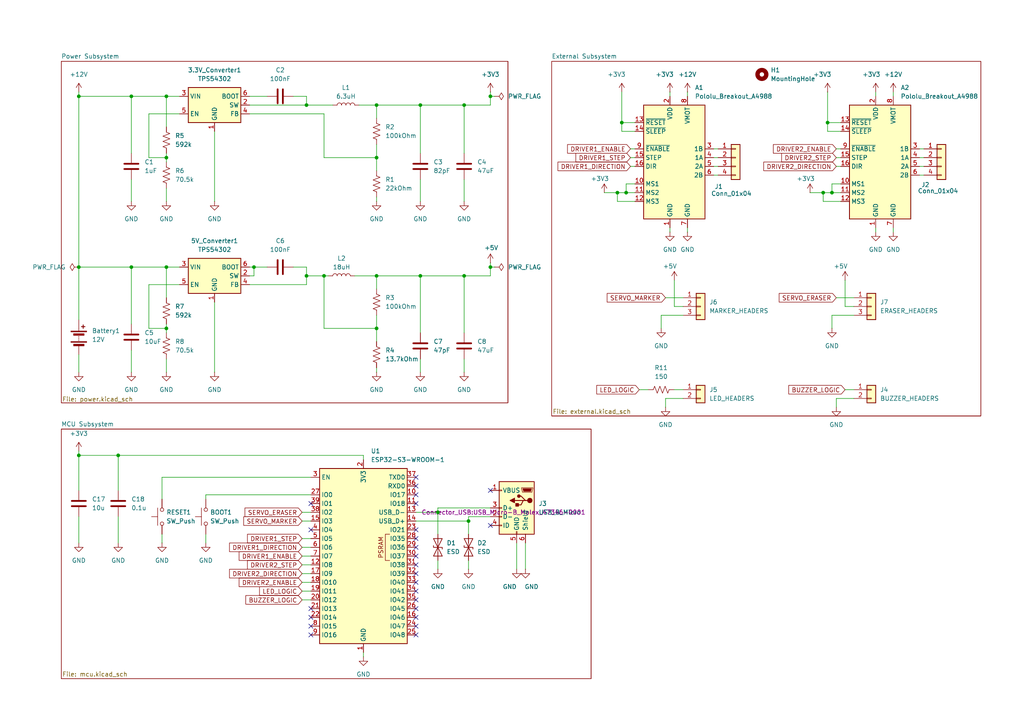
<source format=kicad_sch>
(kicad_sch (version 20250114) (generator "eeschema") (generator_version "9.0")
  (paper "A4")
  (title_block (title "DoodleBot Full Schematic") (date "2025-11-13") (rev "2"))
  (lib_symbols
    (symbol "Connector:USB_B_Micro" (pin_names (offset 1.016))
      (property "Reference" "J" (at -5.08 11.43 0))
      (property "Value" "USB_B_Micro" (at -5.08 8.89 0))
      (symbol "USB_B_Micro_1_1"
        (pin passive line (at -2.54 -10.16 90) (length 2.54) (name "Shield") (number "6"))
        (pin power_out line (at 0 -10.16 90) (length 2.54) (name "GND") (number "5"))
        (pin power_out line (at 7.62 5.08 180) (length 2.54) (name "VBUS") (number "1"))
        (pin bidirectional line (at 7.62 0 180) (length 2.54) (name "D+") (number "3"))
        (pin bidirectional line (at 7.62 -2.54 180) (length 2.54) (name "D-") (number "2"))
        (pin passive line (at 7.62 -5.08 180) (length 2.54) (name "ID") (number "4"))
      )
    )
    (symbol "Connector_Generic:Conn_01x02" (pin_names (offset 1.016) (hide yes))
      (property "Reference" "J" (at 0 2.54 0))
      (property "Value" "Conn_01x02" (at 0 -5.08 0))
      (symbol "Conn_01x02_1_1"
        (pin passive line (at -5.08 0 0) (length 3.81) (name "Pin_1") (number "1"))
        (pin passive line (at -5.08 -2.54 0) (length 3.81) (name "Pin_2") (number "2"))
      )
    )
    (symbol "Connector_Generic:Conn_01x03" (pin_names (offset 1.016) (hide yes))
      (property "Reference" "J" (at 0 5.08 0))
      (property "Value" "Conn_01x03" (at 0 -5.08 0))
      (symbol "Conn_01x03_1_1"
        (pin passive line (at -5.08 2.54 0) (length 3.81) (name "Pin_1") (number "1"))
        (pin passive line (at -5.08 0 0) (length 3.81) (name "Pin_2") (number "2"))
        (pin passive line (at -5.08 -2.54 0) (length 3.81) (name "Pin_3") (number "3"))
      )
    )
    (symbol "Connector_Generic:Conn_01x04" (pin_names (offset 1.016) (hide yes))
      (property "Reference" "J" (at 0 5.08 0))
      (property "Value" "Conn_01x04" (at 0 -7.62 0))
      (symbol "Conn_01x04_1_1"
        (pin passive line (at -5.08 2.54 0) (length 3.81) (name "Pin_1") (number "1"))
        (pin passive line (at -5.08 0 0) (length 3.81) (name "Pin_2") (number "2"))
        (pin passive line (at -5.08 -2.54 0) (length 3.81) (name "Pin_3") (number "3"))
        (pin passive line (at -5.08 -5.08 0) (length 3.81) (name "Pin_4") (number "4"))
      )
    )
    (symbol "Device:Battery" (pin_numbers (hide yes)) (pin_names (offset 0) (hide yes))
      (property "Reference" "BT" (at 2.54 2.54 0))
      (property "Value" "Battery" (at 2.54 0 0))
      (symbol "Battery_1_1"
        (pin passive line (at 0 5.08 270) (length 2.54) (name "+") (number "1"))
        (pin passive line (at 0 -5.08 90) (length 2.54) (name "-") (number "2"))
      )
    )
    (symbol "Device:C" (pin_numbers (hide yes)) (pin_names (offset 0.254))
      (property "Reference" "C" (at 0.635 2.54 0))
      (property "Value" "C" (at 0.635 -2.54 0))
      (symbol "C_1_1"
        (pin passive line (at 0 3.81 270) (length 2.794) (name "~") (number "1"))
        (pin passive line (at 0 -3.81 90) (length 2.794) (name "~") (number "2"))
      )
    )
    (symbol "Device:L" (pin_numbers (hide yes)) (pin_names (offset 1.016) (hide yes))
      (property "Reference" "L" (at -1.27 0 90))
      (property "Value" "L" (at 1.905 0 90))
      (symbol "L_1_1"
        (pin passive line (at 0 3.81 270) (length 1.27) (name "1") (number "1"))
        (pin passive line (at 0 -3.81 90) (length 1.27) (name "2") (number "2"))
      )
    )
    (symbol "Device:R_US" (pin_numbers (hide yes)) (pin_names (offset 0))
      (property "Reference" "R" (at 2.54 0 90))
      (property "Value" "R_US" (at -2.54 0 90))
      (symbol "R_US_1_1"
        (pin passive line (at 0 3.81 270) (length 1.27) (name "~") (number "1"))
        (pin passive line (at 0 -3.81 90) (length 1.27) (name "~") (number "2"))
      )
    )
    (symbol "Diode:ESD131-B1-W0201" (pin_numbers (hide yes)) (pin_names (offset 1.016) (hide yes))
      (property "Reference" "D" (at 0 2.54 0))
      (property "Value" "ESD131-B1-W0201" (at 0 -2.54 0))
      (symbol "ESD131-B1-W0201_1_1"
        (pin passive line (at -3.81 0 0) (length 2.54) (name "A1") (number "1"))
        (pin passive line (at 3.81 0 180) (length 2.54) (name "A2") (number "2"))
      )
    )
    (symbol "Driver_Motor:Pololu_Breakout_A4988"
      (property "Reference" "A" (at -2.54 19.05 0))
      (property "Value" "Pololu_Breakout_A4988" (at -2.54 16.51 0))
      (symbol "Pololu_Breakout_A4988_1_1"
        (pin input line (at -10.16 10.16 0) (length 2.54) (name "~{RESET}") (number "13"))
        (pin input line (at -10.16 7.62 0) (length 2.54) (name "~{SLEEP}") (number "14"))
        (pin input line (at -10.16 2.54 0) (length 2.54) (name "~{ENABLE}") (number "9"))
        (pin input line (at -10.16 0 0) (length 2.54) (name "STEP") (number "15"))
        (pin input line (at -10.16 -2.54 0) (length 2.54) (name "DIR") (number "16"))
        (pin input line (at -10.16 -7.62 0) (length 2.54) (name "MS1") (number "10"))
        (pin input line (at -10.16 -10.16 0) (length 2.54) (name "MS2") (number "11"))
        (pin input line (at -10.16 -12.7 0) (length 2.54) (name "MS3") (number "12"))
        (pin power_in line (at 0 17.78 270) (length 2.54) (name "VDD") (number "2"))
        (pin power_in line (at 0 -20.32 90) (length 2.54) (name "GND") (number "1"))
        (pin power_in line (at 5.08 17.78 270) (length 2.54) (name "VMOT") (number "8"))
        (pin power_in line (at 5.08 -20.32 90) (length 2.54) (name "GND") (number "7"))
        (pin output line (at 12.7 2.54 180) (length 2.54) (name "1B") (number "3"))
        (pin output line (at 12.7 0 180) (length 2.54) (name "1A") (number "4"))
        (pin output line (at 12.7 -2.54 180) (length 2.54) (name "2A") (number "5"))
        (pin output line (at 12.7 -5.08 180) (length 2.54) (name "2B") (number "6"))
      )
    )
    (symbol "GND_1" (power) (pin_numbers (hide yes)) (pin_names (offset 0) (hide yes))
      (property "Value" "GND" (at 0 -3.81 0))
      (symbol "GND_1_1_1"
        (pin power_in line (at 0 0 270) (length 0) (name "~") (number "1"))
      )
    )
    (symbol "GND_2" (power) (pin_numbers (hide yes)) (pin_names (offset 0) (hide yes))
      (property "Value" "GND" (at 0 -3.81 0))
      (symbol "GND_2_1_1"
        (pin power_in line (at 0 0 270) (length 0) (name "~") (number "1"))
      )
    )
    (symbol "Mechanical:MountingHole" (pin_names (offset 1.016)) (in_bom no)
      (property "Reference" "H" (at 0 5.08 0))
      (property "Value" "MountingHole" (at 0 3.175 0))
    )
    (symbol "RF_Module:ESP32-S3-WROOM-1"
      (property "Reference" "U" (at -12.7 26.67 0))
      (property "Value" "ESP32-S3-WROOM-1" (at 12.7 26.67 0))
      (symbol "ESP32-S3-WROOM-1_0_0"
        (text "PSRAM" (at 5.08 2.54 900) (effects (font (size 1.27 1.27))))
      )
      (symbol "ESP32-S3-WROOM-1_1_1"
        (pin input line (at -15.24 22.86 0) (length 2.54) (name "EN") (number "3"))
        (pin bidirectional line (at -15.24 17.78 0) (length 2.54) (name "IO0") (number "27"))
        (pin bidirectional line (at -15.24 15.24 0) (length 2.54) (name "IO1") (number "39"))
        (pin bidirectional line (at -15.24 12.7 0) (length 2.54) (name "IO2") (number "38"))
        (pin bidirectional line (at -15.24 10.16 0) (length 2.54) (name "IO3") (number "15"))
        (pin bidirectional line (at -15.24 7.62 0) (length 2.54) (name "IO4") (number "4"))
        (pin bidirectional line (at -15.24 5.08 0) (length 2.54) (name "IO5") (number "5"))
        (pin bidirectional line (at -15.24 2.54 0) (length 2.54) (name "IO6") (number "6"))
        (pin bidirectional line (at -15.24 0 0) (length 2.54) (name "IO7") (number "7"))
        (pin bidirectional line (at -15.24 -2.54 0) (length 2.54) (name "IO8") (number "12"))
        (pin bidirectional line (at -15.24 -5.08 0) (length 2.54) (name "IO9") (number "17"))
        (pin bidirectional line (at -15.24 -7.62 0) (length 2.54) (name "IO10") (number "18"))
        (pin bidirectional line (at -15.24 -10.16 0) (length 2.54) (name "IO11") (number "19"))
        (pin bidirectional line (at -15.24 -12.7 0) (length 2.54) (name "IO12") (number "20"))
        (pin bidirectional line (at -15.24 -15.24 0) (length 2.54) (name "IO13") (number "21"))
        (pin bidirectional line (at -15.24 -17.78 0) (length 2.54) (name "IO14") (number "22"))
        (pin bidirectional line (at -15.24 -20.32 0) (length 2.54) (name "IO15") (number "8"))
        (pin bidirectional line (at -15.24 -22.86 0) (length 2.54) (name "IO16") (number "9"))
        (pin power_in line (at 0 27.94 270) (length 2.54) (name "3V3") (number "2"))
        (pin power_in line (at 0 -27.94 90) (length 2.54) (name "GND") (number "1"))
        (pin passive line (at 0 -27.94 90) (length 2.54) (hide yes) (name "GND") (number "40"))
        (pin passive line (at 0 -27.94 90) (length 2.54) (hide yes) (name "GND") (number "41"))
        (pin bidirectional line (at 15.24 22.86 180) (length 2.54) (name "TXD0") (number "37"))
        (pin bidirectional line (at 15.24 20.32 180) (length 2.54) (name "RXD0") (number "36"))
        (pin bidirectional line (at 15.24 17.78 180) (length 2.54) (name "IO17") (number "10"))
        (pin bidirectional line (at 15.24 15.24 180) (length 2.54) (name "IO18") (number "11"))
        (pin bidirectional line (at 15.24 12.7 180) (length 2.54) (name "USB_D-") (number "13"))
        (pin bidirectional line (at 15.24 10.16 180) (length 2.54) (name "USB_D+") (number "14"))
        (pin bidirectional line (at 15.24 7.62 180) (length 2.54) (name "IO21") (number "23"))
        (pin bidirectional line (at 15.24 5.08 180) (length 2.54) (name "IO35") (number "28"))
        (pin bidirectional line (at 15.24 2.54 180) (length 2.54) (name "IO36") (number "29"))
        (pin bidirectional line (at 15.24 0 180) (length 2.54) (name "IO37") (number "30"))
        (pin bidirectional line (at 15.24 -2.54 180) (length 2.54) (name "IO38") (number "31"))
        (pin bidirectional line (at 15.24 -5.08 180) (length 2.54) (name "IO39") (number "32"))
        (pin bidirectional line (at 15.24 -7.62 180) (length 2.54) (name "IO40") (number "33"))
        (pin bidirectional line (at 15.24 -10.16 180) (length 2.54) (name "IO41") (number "34"))
        (pin bidirectional line (at 15.24 -12.7 180) (length 2.54) (name "IO42") (number "35"))
        (pin bidirectional line (at 15.24 -15.24 180) (length 2.54) (name "IO45") (number "26"))
        (pin bidirectional line (at 15.24 -17.78 180) (length 2.54) (name "IO46") (number "16"))
        (pin bidirectional line (at 15.24 -20.32 180) (length 2.54) (name "IO47") (number "24"))
        (pin bidirectional line (at 15.24 -22.86 180) (length 2.54) (name "IO48") (number "25"))
      )
    )
    (symbol "Regulator_Switching:TPS54302"
      (property "Reference" "U" (at -7.62 6.35 0))
      (property "Value" "TPS54302" (at 0 6.35 0))
      (symbol "TPS54302_1_1"
        (pin power_in line (at -10.16 2.54 0) (length 2.54) (name "VIN") (number "3"))
        (pin input line (at -10.16 -2.54 0) (length 2.54) (name "EN") (number "5"))
        (pin power_in line (at 0 -7.62 90) (length 2.54) (name "GND") (number "1"))
        (pin passive line (at 10.16 2.54 180) (length 2.54) (name "BOOT") (number "6"))
        (pin power_out line (at 10.16 0 180) (length 2.54) (name "SW") (number "2"))
        (pin input line (at 10.16 -2.54 180) (length 2.54) (name "FB") (number "4"))
      )
    )
    (symbol "Switch:SW_Push" (pin_numbers (hide yes)) (pin_names (offset 1.016) (hide yes))
      (property "Reference" "SW" (at 1.27 2.54 0))
      (property "Value" "SW_Push" (at 0 -1.524 0))
      (symbol "SW_Push_0_1"
        (pin passive line (at -5.08 0 0) (length 2.54) (name "1") (number "1"))
        (pin passive line (at 5.08 0 180) (length 2.54) (name "2") (number "2"))
      )
    )
    (symbol "power:+12V" (power) (pin_numbers (hide yes)) (pin_names (offset 0) (hide yes))
      (property "Value" "+12V" (at 0 3.556 0))
      (symbol "+12V_1_1"
        (pin power_in line (at 0 0 90) (length 0) (name "~") (number "1"))
      )
    )
    (symbol "power:+3V3" (power) (pin_numbers (hide yes)) (pin_names (offset 0) (hide yes))
      (property "Value" "+3V3" (at 0 3.556 0))
      (symbol "+3V3_1_1"
        (pin power_in line (at 0 0 90) (length 0) (name "~") (number "1"))
      )
    )
    (symbol "power:+5V" (power) (pin_numbers (hide yes)) (pin_names (offset 0) (hide yes))
      (property "Value" "+5V" (at 0 3.556 0))
      (symbol "+5V_1_1"
        (pin power_in line (at 0 0 90) (length 0) (name "~") (number "1"))
      )
    )
    (symbol "power:GND" (power) (pin_numbers (hide yes)) (pin_names (offset 0) (hide yes))
      (property "Value" "GND" (at 0 -3.81 0))
      (symbol "GND_1_1"
        (pin power_in line (at 0 0 270) (length 0) (name "~") (number "1"))
      )
    )
    (symbol "power:PWR_FLAG" (power) (pin_numbers (hide yes)) (pin_names (offset 0) (hide yes))
      (property "Value" "PWR_FLAG" (at 0 3.81 0))
      (symbol "PWR_FLAG_0_0"
        (pin power_out line (at 0 0 90) (length 0) (name "~") (number "1"))
      )
    )
  )
  (junction (at 73.66 77.47))
  (junction (at 38.1 27.94))
  (junction (at 22.86 132.08))
  (junction (at 179.07 55.88))
  (junction (at 48.26 27.94))
  (junction (at 48.26 95.25))
  (junction (at 109.22 45.72))
  (junction (at 240.03 35.56))
  (junction (at 134.62 30.48))
  (junction (at 241.3 55.88))
  (junction (at 109.22 95.25))
  (junction (at 135.89 151.13))
  (junction (at 88.9 80.01))
  (junction (at 142.24 27.94))
  (junction (at 121.92 30.48))
  (junction (at 180.34 35.56))
  (junction (at 181.61 55.88))
  (junction (at 142.24 77.47))
  (junction (at 22.86 77.47))
  (junction (at 127 148.59))
  (junction (at 38.1 77.47))
  (junction (at 109.22 80.01))
  (junction (at 48.26 77.47))
  (junction (at 238.76 55.88))
  (junction (at 48.26 45.72))
  (junction (at 109.22 30.48))
  (junction (at 22.86 27.94))
  (junction (at 88.9 30.48))
  (junction (at 134.62 80.01))
  (junction (at 93.98 80.01))
  (junction (at 121.92 80.01))
  (junction (at 34.29 132.08))
  (no_connect (at 120.65 158.75))
  (no_connect (at 120.65 161.29))
  (no_connect (at 120.65 153.67))
  (no_connect (at 90.17 179.07))
  (no_connect (at 120.65 171.45))
  (no_connect (at 90.17 146.05))
  (no_connect (at 90.17 176.53))
  (no_connect (at 120.65 140.97))
  (no_connect (at 120.65 146.05))
  (no_connect (at 142.24 142.24))
  (no_connect (at 90.17 153.67))
  (no_connect (at 120.65 184.15))
  (no_connect (at 120.65 166.37))
  (no_connect (at 120.65 181.61))
  (no_connect (at 120.65 176.53))
  (no_connect (at 120.65 143.51))
  (no_connect (at 142.24 152.4))
  (no_connect (at 90.17 181.61))
  (no_connect (at 120.65 156.21))
  (no_connect (at 90.17 184.15))
  (no_connect (at 120.65 163.83))
  (no_connect (at 120.65 138.43))
  (no_connect (at 120.65 173.99))
  (no_connect (at 120.65 168.91))
  (no_connect (at 120.65 179.07))
  (wire (pts (xy 243.84 53.34) (xy 241.3 53.34)))
  (wire (pts (xy 243.84 58.42) (xy 238.76 58.42)))
  (wire (pts (xy 120.65 151.13) (xy 135.89 151.13)))
  (wire (pts (xy 105.41 133.35) (xy 105.41 132.08)))
  (wire (pts (xy 38.1 27.94) (xy 48.26 27.94)))
  (wire (pts (xy 181.61 55.88) (xy 184.15 55.88)))
  (wire (pts (xy 88.9 80.01) (xy 93.98 80.01)))
  (wire (pts (xy 87.63 168.91) (xy 90.17 168.91)))
  (wire (pts (xy 185.42 113.03) (xy 187.96 113.03)))
  (wire (pts (xy 87.63 171.45) (xy 90.17 171.45)))
  (wire (pts (xy 135.89 162.56) (xy 135.89 165.1)))
  (wire (pts (xy 121.92 104.14) (xy 121.92 107.95)))
  (wire (pts (xy 127 147.32) (xy 127 148.59)))
  (wire (pts (xy 207.01 43.18) (xy 208.28 43.18)))
  (wire (pts (xy 59.69 144.78) (xy 59.69 143.51)))
  (wire (pts (xy 22.86 130.81) (xy 22.86 132.08)))
  (wire (pts (xy 105.41 190.5) (xy 105.41 189.23)))
  (wire (pts (xy 38.1 77.47) (xy 48.26 77.47)))
  (wire (pts (xy 142.24 77.47) (xy 142.24 80.01)))
  (wire (pts (xy 121.92 30.48) (xy 121.92 44.45)))
  (wire (pts (xy 93.98 33.02) (xy 93.98 45.72)))
  (wire (pts (xy 72.39 77.47) (xy 73.66 77.47)))
  (wire (pts (xy 121.92 80.01) (xy 134.62 80.01)))
  (wire (pts (xy 247.65 91.44) (xy 241.3 91.44)))
  (wire (pts (xy 22.86 27.94) (xy 22.86 77.47)))
  (wire (pts (xy 87.63 166.37) (xy 90.17 166.37)))
  (wire (pts (xy 199.39 26.67) (xy 199.39 27.94)))
  (wire (pts (xy 109.22 106.68) (xy 109.22 107.95)))
  (wire (pts (xy 22.86 26.67) (xy 22.86 27.94)))
  (wire (pts (xy 184.15 35.56) (xy 180.34 35.56)))
  (wire (pts (xy 134.62 30.48) (xy 134.62 44.45)))
  (wire (pts (xy 242.57 86.36) (xy 247.65 86.36)))
  (wire (pts (xy 85.09 27.94) (xy 88.9 27.94)))
  (wire (pts (xy 194.31 26.67) (xy 194.31 27.94)))
  (wire (pts (xy 72.39 80.01) (xy 73.66 80.01)))
  (wire (pts (xy 22.86 77.47) (xy 38.1 77.47)))
  (wire (pts (xy 87.63 151.13) (xy 90.17 151.13)))
  (wire (pts (xy 46.99 154.94) (xy 46.99 157.48)))
  (wire (pts (xy 88.9 27.94) (xy 88.9 30.48)))
  (wire (pts (xy 73.66 77.47) (xy 73.66 80.01)))
  (wire (pts (xy 195.58 88.9) (xy 195.58 81.28)))
  (wire (pts (xy 242.57 115.57) (xy 242.57 118.11)))
  (wire (pts (xy 88.9 30.48) (xy 96.52 30.48)))
  (wire (pts (xy 43.18 82.55) (xy 52.07 82.55)))
  (wire (pts (xy 241.3 53.34) (xy 241.3 55.88)))
  (wire (pts (xy 22.86 92.71) (xy 22.86 77.47)))
  (wire (pts (xy 245.11 88.9) (xy 245.11 81.28)))
  (wire (pts (xy 243.84 38.1) (xy 240.03 38.1)))
  (wire (pts (xy 179.07 58.42) (xy 179.07 55.88)))
  (wire (pts (xy 121.92 30.48) (xy 134.62 30.48)))
  (wire (pts (xy 34.29 149.86) (xy 34.29 157.48)))
  (wire (pts (xy 142.24 76.2) (xy 142.24 77.47)))
  (wire (pts (xy 182.88 43.18) (xy 184.15 43.18)))
  (wire (pts (xy 48.26 54.61) (xy 48.26 58.42)))
  (wire (pts (xy 179.07 55.88) (xy 181.61 55.88)))
  (wire (pts (xy 87.63 148.59) (xy 90.17 148.59)))
  (wire (pts (xy 199.39 66.04) (xy 199.39 67.31)))
  (wire (pts (xy 46.99 138.43) (xy 90.17 138.43)))
  (wire (pts (xy 38.1 77.47) (xy 38.1 93.98)))
  (wire (pts (xy 59.69 154.94) (xy 59.69 157.48)))
  (wire (pts (xy 181.61 53.34) (xy 181.61 55.88)))
  (wire (pts (xy 87.63 173.99) (xy 90.17 173.99)))
  (wire (pts (xy 109.22 41.91) (xy 109.22 45.72)))
  (wire (pts (xy 134.62 104.14) (xy 134.62 107.95)))
  (wire (pts (xy 259.08 26.67) (xy 259.08 27.94)))
  (wire (pts (xy 242.57 45.72) (xy 243.84 45.72)))
  (wire (pts (xy 121.92 52.07) (xy 121.92 58.42)))
  (wire (pts (xy 38.1 101.6) (xy 38.1 107.95)))
  (wire (pts (xy 266.7 48.26) (xy 267.97 48.26)))
  (wire (pts (xy 48.26 95.25) (xy 48.26 96.52)))
  (wire (pts (xy 142.24 27.94) (xy 142.24 30.48)))
  (wire (pts (xy 22.86 157.48) (xy 22.86 149.86)))
  (wire (pts (xy 134.62 80.01) (xy 134.62 96.52)))
  (wire (pts (xy 207.01 45.72) (xy 208.28 45.72)))
  (wire (pts (xy 241.3 55.88) (xy 243.84 55.88)))
  (wire (pts (xy 149.86 157.48) (xy 149.86 165.1)))
  (wire (pts (xy 134.62 80.01) (xy 142.24 80.01)))
  (wire (pts (xy 104.14 30.48) (xy 109.22 30.48)))
  (wire (pts (xy 175.26 55.88) (xy 179.07 55.88)))
  (wire (pts (xy 48.26 27.94) (xy 48.26 36.83)))
  (wire (pts (xy 48.26 44.45) (xy 48.26 45.72)))
  (wire (pts (xy 127 148.59) (xy 127 154.94)))
  (wire (pts (xy 109.22 45.72) (xy 109.22 49.53)))
  (wire (pts (xy 93.98 80.01) (xy 93.98 95.25)))
  (wire (pts (xy 34.29 132.08) (xy 34.29 142.24)))
  (wire (pts (xy 88.9 77.47) (xy 88.9 80.01)))
  (wire (pts (xy 238.76 55.88) (xy 241.3 55.88)))
  (wire (pts (xy 184.15 58.42) (xy 179.07 58.42)))
  (wire (pts (xy 254 66.04) (xy 254 67.31)))
  (wire (pts (xy 48.26 45.72) (xy 43.18 45.72)))
  (wire (pts (xy 135.89 149.86) (xy 135.89 151.13)))
  (wire (pts (xy 135.89 149.86) (xy 142.24 149.86)))
  (wire (pts (xy 109.22 57.15) (xy 109.22 58.42)))
  (wire (pts (xy 120.65 148.59) (xy 127 148.59)))
  (wire (pts (xy 266.7 43.18) (xy 267.97 43.18)))
  (wire (pts (xy 87.63 156.21) (xy 90.17 156.21)))
  (wire (pts (xy 43.18 33.02) (xy 52.07 33.02)))
  (wire (pts (xy 198.12 115.57) (xy 193.04 115.57)))
  (wire (pts (xy 242.57 48.26) (xy 243.84 48.26)))
  (wire (pts (xy 238.76 58.42) (xy 238.76 55.88)))
  (wire (pts (xy 46.99 144.78) (xy 46.99 138.43)))
  (wire (pts (xy 191.77 91.44) (xy 191.77 95.25)))
  (wire (pts (xy 48.26 93.98) (xy 48.26 95.25)))
  (wire (pts (xy 72.39 33.02) (xy 93.98 33.02)))
  (wire (pts (xy 234.95 55.88) (xy 238.76 55.88)))
  (wire (pts (xy 134.62 30.48) (xy 142.24 30.48)))
  (wire (pts (xy 85.09 77.47) (xy 88.9 77.47)))
  (wire (pts (xy 182.88 45.72) (xy 184.15 45.72)))
  (wire (pts (xy 184.15 53.34) (xy 181.61 53.34)))
  (wire (pts (xy 102.87 80.01) (xy 109.22 80.01)))
  (wire (pts (xy 207.01 50.8) (xy 208.28 50.8)))
  (wire (pts (xy 134.62 52.07) (xy 134.62 58.42)))
  (wire (pts (xy 48.26 27.94) (xy 52.07 27.94)))
  (wire (pts (xy 48.26 77.47) (xy 48.26 86.36)))
  (wire (pts (xy 43.18 95.25) (xy 43.18 82.55)))
  (wire (pts (xy 87.63 163.83) (xy 90.17 163.83)))
  (wire (pts (xy 109.22 80.01) (xy 121.92 80.01)))
  (wire (pts (xy 87.63 158.75) (xy 90.17 158.75)))
  (wire (pts (xy 93.98 45.72) (xy 109.22 45.72)))
  (wire (pts (xy 127 162.56) (xy 127 165.1)))
  (wire (pts (xy 72.39 30.48) (xy 88.9 30.48)))
  (wire (pts (xy 43.18 45.72) (xy 43.18 33.02)))
  (wire (pts (xy 72.39 82.55) (xy 88.9 82.55)))
  (wire (pts (xy 48.26 104.14) (xy 48.26 107.95)))
  (wire (pts (xy 254 26.67) (xy 254 27.94)))
  (wire (pts (xy 207.01 48.26) (xy 208.28 48.26)))
  (wire (pts (xy 152.4 157.48) (xy 152.4 165.1)))
  (wire (pts (xy 243.84 35.56) (xy 240.03 35.56)))
  (wire (pts (xy 48.26 95.25) (xy 43.18 95.25)))
  (wire (pts (xy 38.1 27.94) (xy 38.1 44.45)))
  (wire (pts (xy 242.57 43.18) (xy 243.84 43.18)))
  (wire (pts (xy 143.51 77.47) (xy 142.24 77.47)))
  (wire (pts (xy 180.34 38.1) (xy 180.34 35.56)))
  (wire (pts (xy 193.04 115.57) (xy 193.04 118.11)))
  (wire (pts (xy 266.7 50.8) (xy 267.97 50.8)))
  (wire (pts (xy 109.22 30.48) (xy 121.92 30.48)))
  (wire (pts (xy 247.65 88.9) (xy 245.11 88.9)))
  (wire (pts (xy 198.12 91.44) (xy 191.77 91.44)))
  (wire (pts (xy 22.86 102.87) (xy 22.86 107.95)))
  (wire (pts (xy 143.51 27.94) (xy 142.24 27.94)))
  (wire (pts (xy 245.11 113.03) (xy 247.65 113.03)))
  (wire (pts (xy 93.98 95.25) (xy 109.22 95.25)))
  (wire (pts (xy 142.24 26.67) (xy 142.24 27.94)))
  (wire (pts (xy 193.04 86.36) (xy 198.12 86.36)))
  (wire (pts (xy 184.15 48.26) (xy 182.88 48.26)))
  (wire (pts (xy 48.26 77.47) (xy 52.07 77.47)))
  (wire (pts (xy 194.31 66.04) (xy 194.31 67.31)))
  (wire (pts (xy 59.69 143.51) (xy 90.17 143.51)))
  (wire (pts (xy 62.23 87.63) (xy 62.23 107.95)))
  (wire (pts (xy 240.03 38.1) (xy 240.03 35.56)))
  (wire (pts (xy 38.1 52.07) (xy 38.1 58.42)))
  (wire (pts (xy 109.22 30.48) (xy 109.22 34.29)))
  (wire (pts (xy 109.22 95.25) (xy 109.22 99.06)))
  (wire (pts (xy 34.29 132.08) (xy 105.41 132.08)))
  (wire (pts (xy 88.9 82.55) (xy 88.9 80.01)))
  (wire (pts (xy 135.89 151.13) (xy 135.89 154.94)))
  (wire (pts (xy 180.34 26.67) (xy 180.34 35.56)))
  (wire (pts (xy 240.03 26.67) (xy 240.03 35.56)))
  (wire (pts (xy 109.22 80.01) (xy 109.22 83.82)))
  (wire (pts (xy 22.86 27.94) (xy 38.1 27.94)))
  (wire (pts (xy 48.26 45.72) (xy 48.26 46.99)))
  (wire (pts (xy 62.23 38.1) (xy 62.23 58.42)))
  (wire (pts (xy 266.7 45.72) (xy 267.97 45.72)))
  (wire (pts (xy 73.66 77.47) (xy 77.47 77.47)))
  (wire (pts (xy 259.08 66.04) (xy 259.08 67.31)))
  (wire (pts (xy 247.65 115.57) (xy 242.57 115.57)))
  (wire (pts (xy 198.12 88.9) (xy 195.58 88.9)))
  (wire (pts (xy 93.98 80.01) (xy 95.25 80.01)))
  (wire (pts (xy 87.63 161.29) (xy 90.17 161.29)))
  (wire (pts (xy 22.86 132.08) (xy 22.86 142.24)))
  (wire (pts (xy 241.3 91.44) (xy 241.3 95.25)))
  (wire (pts (xy 121.92 80.01) (xy 121.92 96.52)))
  (wire (pts (xy 195.58 113.03) (xy 198.12 113.03)))
  (wire (pts (xy 127 147.32) (xy 142.24 147.32)))
  (wire (pts (xy 22.86 132.08) (xy 34.29 132.08)))
  (wire (pts (xy 109.22 91.44) (xy 109.22 95.25)))
  (wire (pts (xy 184.15 38.1) (xy 180.34 38.1)))
  (wire (pts (xy 72.39 27.94) (xy 77.47 27.94)))
  (global_label "SERVO_ERASER" (shape input) (at 87.63 148.59 180) (property "Intersheetrefs" "${INTERSHEET_REFS}" (effects (hide yes))))
  (global_label "DRIVER1_ENABLE" (shape input) (at 182.88 43.18 180) (property "Intersheetrefs" "${INTERSHEET_REFS}" (effects (hide yes))))
  (global_label "DRIVER2_ENABLE" (shape input) (at 242.57 43.18 180) (property "Intersheetrefs" "${INTERSHEET_REFS}" (effects (hide yes))))
  (global_label "DRIVER1_ENABLE" (shape input) (at 87.63 161.29 180) (property "Intersheetrefs" "${INTERSHEET_REFS}" (effects (hide yes))))
  (global_label "DRIVER1_DIRECTION" (shape input) (at 87.63 158.75 180) (property "Intersheetrefs" "${INTERSHEET_REFS}" (effects (hide yes))))
  (global_label "DRIVER2_STEP" (shape input) (at 87.63 163.83 180) (property "Intersheetrefs" "${INTERSHEET_REFS}" (effects (hide yes))))
  (global_label "DRIVER2_ENABLE" (shape input) (at 87.63 168.91 180) (property "Intersheetrefs" "${INTERSHEET_REFS}" (effects (hide yes))))
  (global_label "LED_LOGIC" (shape input) (at 185.42 113.03 180) (property "Intersheetrefs" "${INTERSHEET_REFS}" (effects (hide yes))))
  (global_label "DRIVER2_DIRECTION" (shape input) (at 242.57 48.26 180) (property "Intersheetrefs" "${INTERSHEET_REFS}" (effects (hide yes))))
  (global_label "BUZZER_LOGIC" (shape input) (at 245.11 113.03 180) (property "Intersheetrefs" "${INTERSHEET_REFS}" (effects (hide yes))))
  (global_label "DRIVER1_STEP" (shape input) (at 87.63 156.21 180) (property "Intersheetrefs" "${INTERSHEET_REFS}" (effects (hide yes))))
  (global_label "DRIVER2_STEP" (shape input) (at 242.57 45.72 180) (property "Intersheetrefs" "${INTERSHEET_REFS}" (effects (hide yes))))
  (global_label "SERVO_ERASER" (shape input) (at 242.57 86.36 180) (property "Intersheetrefs" "${INTERSHEET_REFS}" (effects (hide yes))))
  (global_label "DRIVER1_STEP" (shape input) (at 182.88 45.72 180) (property "Intersheetrefs" "${INTERSHEET_REFS}" (effects (hide yes))))
  (global_label "LED_LOGIC" (shape input) (at 87.63 171.45 180) (property "Intersheetrefs" "${INTERSHEET_REFS}" (effects (hide yes))))
  (global_label "BUZZER_LOGIC" (shape input) (at 87.63 173.99 180) (property "Intersheetrefs" "${INTERSHEET_REFS}" (effects (hide yes))))
  (global_label "SERVO_MARKER" (shape input) (at 87.63 151.13 180) (property "Intersheetrefs" "${INTERSHEET_REFS}" (effects (hide yes))))
  (global_label "DRIVER1_DIRECTION" (shape input) (at 182.88 48.26 180) (property "Intersheetrefs" "${INTERSHEET_REFS}" (effects (hide yes))))
  (global_label "DRIVER2_DIRECTION" (shape input) (at 87.63 166.37 180) (property "Intersheetrefs" "${INTERSHEET_REFS}" (effects (hide yes))))
  (global_label "SERVO_MARKER" (shape input) (at 193.04 86.36 180) (property "Intersheetrefs" "${INTERSHEET_REFS}" (effects (hide yes))))
  (symbol (lib_name "GND_2") (lib_id "power:GND") (at 193.04 118.11 0) (unit 1)
    (property "Reference" "#PWR043" (effects (hide yes)))
    (property "Value" "GND" (at 193.04 123.19 0))
    (property "Description" "Power symbol creates a global label with name \"GND\" , ground" (effects (hide yes)))
  )
  (symbol (lib_id "Device:R_US") (at 109.22 38.1 0) (unit 1)
    (property "Reference" "R2" (at 111.76 36.83 0) (effects (justify left)))
    (property "Value" "100kOhm" (at 111.76 39.37 0) (effects (justify left)))
    (property "Footprint" "Resistor_SMD:R_0603_1608Metric" (effects (hide yes)))
  )
  (symbol (lib_name "GND_1") (lib_id "power:GND") (at 109.22 58.42 0) (unit 1)
    (property "Reference" "#PWR06" (effects (hide yes)))
    (property "Value" "GND" (at 109.22 63.5 0))
    (property "Description" "Power symbol creates a global label with name \"GND\" , ground" (effects (hide yes)))
  )
  (symbol (lib_id "Device:C") (at 22.86 146.05 0) (unit 1)
    (property "Reference" "C17" (at 26.67 144.7799 0) (effects (justify left)))
    (property "Value" "10u" (at 26.67 147.3199 0) (effects (justify left)))
    (property "Footprint" "Capacitor_SMD:C_0603_1608Metric" (effects (hide yes)))
    (property "Description" "Unpolarized capacitor" (effects (hide yes)))
  )
  (symbol (lib_id "Device:R_US") (at 109.22 87.63 0) (unit 1)
    (property "Reference" "R3" (at 111.76 86.36 0) (effects (justify left)))
    (property "Value" "100kOhm" (at 111.76 88.9 0) (effects (justify left)))
    (property "Footprint" "Resistor_SMD:R_0603_1608Metric" (effects (hide yes)))
  )
  (symbol (lib_id "Connector_Generic:Conn_01x02") (at 203.2 113.03 0) (unit 1)
    (property "Reference" "J5" (at 205.74 113.0299 0) (effects (justify left)))
    (property "Value" "LED_HEADERS" (at 205.74 115.5699 0) (effects (justify left)))
    (property "Footprint" "Connector_PinHeader_2.54mm:PinHeader_1x02_P2.54mm_Vertical" (effects (hide yes)))
    (property "Description" "Generic connector, single row, 01x02, script generated (kicad-library-utils/schlib/autogen/connector/)" (effects (hide yes)))
  )
  (symbol (lib_id "Switch:SW_Push") (at 46.99 149.86 90) (unit 1)
    (property "Reference" "RESET1" (at 48.26 148.5899 90) (effects (justify right)))
    (property "Value" "SW_Push" (at 48.26 151.1299 90) (effects (justify right)))
    (property "Footprint" "Button_Switch_SMD:Panasonic_EVQPUJ_EVQPUA" (effects (hide yes)))
    (property "Description" "Push button switch, generic, two pins" (effects (hide yes)))
  )
  (symbol (lib_name "GND_1") (lib_id "power:GND") (at 48.26 107.95 0) (unit 1)
    (property "Reference" "#PWR042" (effects (hide yes)))
    (property "Value" "GND" (at 48.26 113.03 0))
    (property "Description" "Power symbol creates a global label with name \"GND\" , ground" (effects (hide yes)))
  )
  (symbol (lib_id "power:+3V3") (at 234.95 55.88 0) (unit 1)
    (property "Reference" "#PWR030" (effects (hide yes)))
    (property "Value" "+3V3" (at 233.68 51.816 0))
    (property "Description" "Power symbol creates a global label with name \"+3V3\"" (effects (hide yes)))
  )
  (symbol (lib_id "Connector_Generic:Conn_01x03") (at 203.2 88.9 0) (unit 1)
    (property "Reference" "J6" (at 205.74 87.6299 0) (effects (justify left)))
    (property "Value" "MARKER_HEADERS" (at 205.74 90.1699 0) (effects (justify left)))
    (property "Footprint" "Connector_PinHeader_2.54mm:PinHeader_1x03_P2.54mm_Vertical" (effects (hide yes)))
    (property "Description" "Generic connector, single row, 01x03, script generated (kicad-library-utils/schlib/autogen/connector/)" (effects (hide yes)))
  )
  (symbol (lib_id "power:+3V3") (at 194.31 26.67 0) (unit 1)
    (property "Reference" "#PWR026" (effects (hide yes)))
    (property "Value" "+3V3" (at 192.786 21.59 0))
    (property "Description" "Power symbol creates a global label with name \"+3V3\"" (effects (hide yes)))
  )
  (symbol (lib_name "GND_1") (lib_id "power:GND") (at 135.89 165.1 0) (unit 1)
    (property "Reference" "#PWR037" (effects (hide yes)))
    (property "Value" "GND" (at 135.89 170.18 0))
    (property "Description" "Power symbol creates a global label with name \"GND\" , ground" (effects (hide yes)))
  )
  (symbol (lib_id "Device:R_US") (at 48.26 100.33 0) (unit 1)
    (property "Reference" "R8" (at 50.8 99.0599 0) (effects (justify left)))
    (property "Value" "70.5k" (at 50.8 101.5999 0) (effects (justify left)))
    (property "Footprint" "Resistor_SMD:R_0603_1608Metric" (effects (hide yes)))
    (property "Description" "Resistor, US symbol" (effects (hide yes)))
  )
  (symbol (lib_name "GND_1") (lib_id "power:GND") (at 199.39 67.31 0) (unit 1)
    (property "Reference" "#PWR022" (effects (hide yes)))
    (property "Value" "GND" (at 199.39 72.39 0))
    (property "Description" "Power symbol creates a global label with name \"GND\" , ground" (effects (hide yes)))
  )
  (symbol (lib_name "GND_1") (lib_id "power:GND") (at 121.92 107.95 0) (unit 1)
    (property "Reference" "#PWR010" (effects (hide yes)))
    (property "Value" "GND" (at 121.92 113.03 0))
    (property "Description" "Power symbol creates a global label with name \"GND\" , ground" (effects (hide yes)))
  )
  (symbol (lib_id "power:+3V3") (at 240.03 26.67 0) (unit 1)
    (property "Reference" "#PWR032" (effects (hide yes)))
    (property "Value" "+3V3" (at 238.506 21.59 0))
    (property "Description" "Power symbol creates a global label with name \"+3V3\"" (effects (hide yes)))
  )
  (symbol (lib_name "GND_1") (lib_id "power:GND") (at 22.86 157.48 0) (unit 1)
    (property "Reference" "#PWR018" (effects (hide yes)))
    (property "Value" "GND" (at 22.86 162.56 0))
    (property "Description" "Power symbol creates a global label with name \"GND\" , ground" (effects (hide yes)))
  )
  (symbol (lib_name "GND_1") (lib_id "power:GND") (at 34.29 157.48 0) (unit 1)
    (property "Reference" "#PWR019" (effects (hide yes)))
    (property "Value" "GND" (at 34.29 162.56 0))
    (property "Description" "Power symbol creates a global label with name \"GND\" , ground" (effects (hide yes)))
  )
  (symbol (lib_id "Device:L") (at 99.06 80.01 90) (unit 1)
    (property "Reference" "L2" (at 99.06 74.93 90))
    (property "Value" "18uH" (at 99.06 77.47 90))
    (property "Footprint" "Inductor_THT:L_Radial_D6.0mm_P4.00mm" (effects (hide yes)))
  )
  (symbol (lib_id "Regulator_Switching:TPS54302") (at 62.23 80.01 0) (unit 1)
    (property "Reference" "5V_Converter1" (at 62.23 69.85 0))
    (property "Value" "TPS54302" (at 62.23 72.39 0))
    (property "Footprint" "Package_TO_SOT_SMD:SOT-23-6" (effects (hide yes)))
    (property "Datasheet" "http://www.ti.com/lit/ds/symlink/tps54302.pdf" (effects (hide yes)))
  )
  (symbol (lib_id "power:PWR_FLAG") (at 143.51 77.47 270) (unit 1)
    (property "Reference" "#FLG02" (effects (hide yes)))
    (property "Value" "PWR_FLAG" (at 147.32 77.4699 90) (effects (justify left)))
    (property "Description" "Special symbol for telling ERC where power comes from" (effects (hide yes)))
  )
  (symbol (lib_id "Device:R_US") (at 109.22 102.87 0) (unit 1)
    (property "Reference" "R4" (at 111.76 101.6 0) (effects (justify left)))
    (property "Value" "13.7kOhm" (at 111.76 104.14 0) (effects (justify left)))
    (property "Footprint" "Resistor_SMD:R_0603_1608Metric" (effects (hide yes)))
  )
  (symbol (lib_id "Regulator_Switching:TPS54302") (at 62.23 30.48 0) (unit 1)
    (property "Reference" "3.3V_Converter1" (at 62.23 20.32 0))
    (property "Value" "TPS54302" (at 62.23 22.86 0))
    (property "Footprint" "Package_TO_SOT_SMD:SOT-23-6" (effects (hide yes)))
    (property "Datasheet" "http://www.ti.com/lit/ds/symlink/tps54302.pdf" (effects (hide yes)))
  )
  (symbol (lib_name "GND_1") (lib_id "power:GND") (at 259.08 67.31 0) (unit 1)
    (property "Reference" "#PWR029" (effects (hide yes)))
    (property "Value" "GND" (at 259.08 72.39 0))
    (property "Description" "Power symbol creates a global label with name \"GND\" , ground" (effects (hide yes)))
  )
  (symbol (lib_name "GND_2") (lib_id "power:GND") (at 242.57 118.11 0) (unit 1)
    (property "Reference" "#PWR044" (effects (hide yes)))
    (property "Value" "GND" (at 242.57 123.19 0))
    (property "Description" "Power symbol creates a global label with name \"GND\" , ground" (effects (hide yes)))
  )
  (symbol (lib_id "Connector_Generic:Conn_01x03") (at 252.73 88.9 0) (unit 1)
    (property "Reference" "J7" (at 255.27 87.6299 0) (effects (justify left)))
    (property "Value" "ERASER_HEADERS" (at 255.27 90.1699 0) (effects (justify left)))
    (property "Footprint" "Connector_PinHeader_2.54mm:PinHeader_1x03_P2.54mm_Vertical" (effects (hide yes)))
    (property "Description" "Generic connector, single row, 01x03, script generated (kicad-library-utils/schlib/autogen/connector/)" (effects (hide yes)))
  )
  (symbol (lib_name "GND_1") (lib_id "power:GND") (at 194.31 67.31 0) (unit 1)
    (property "Reference" "#PWR01" (effects (hide yes)))
    (property "Value" "GND" (at 194.31 72.39 0))
    (property "Description" "Power symbol creates a global label with name \"GND\" , ground" (effects (hide yes)))
  )
  (symbol (lib_name "GND_1") (lib_id "power:GND") (at 62.23 107.95 0) (unit 1)
    (property "Reference" "#PWR011" (effects (hide yes)))
    (property "Value" "GND" (at 62.23 113.03 0))
    (property "Description" "Power symbol creates a global label with name \"GND\" , ground" (effects (hide yes)))
  )
  (symbol (lib_id "power:+3V3") (at 195.58 81.28 0) (unit 1)
    (property "Reference" "#PWR040" (effects (hide yes)))
    (property "Value" "+5V" (at 194.31 77.216 0))
    (property "Description" "Power symbol creates a global label with name \"+3V3\"" (effects (hide yes)))
  )
  (symbol (lib_name "GND_1") (lib_id "power:GND") (at 191.77 95.25 0) (unit 1)
    (property "Reference" "#PWR014" (effects (hide yes)))
    (property "Value" "GND" (at 191.77 100.33 0))
    (property "Description" "Power symbol creates a global label with name \"GND\" , ground" (effects (hide yes)))
  )
  (symbol (lib_id "Device:C") (at 81.28 77.47 90) (unit 1)
    (property "Reference" "C6" (at 81.28 69.85 90))
    (property "Value" "100nF" (at 81.28 72.39 90))
    (property "Footprint" "Capacitor_SMD:C_0603_1608Metric" (effects (hide yes)))
  )
  (symbol (lib_name "GND_1") (lib_id "power:GND") (at 127 165.1 0) (unit 1)
    (property "Reference" "#PWR036" (effects (hide yes)))
    (property "Value" "GND" (at 127 170.18 0))
    (property "Description" "Power symbol creates a global label with name \"GND\" , ground" (effects (hide yes)))
  )
  (symbol (lib_name "GND_1") (lib_id "power:GND") (at 62.23 58.42 0) (unit 1)
    (property "Reference" "#PWR03" (effects (hide yes)))
    (property "Value" "GND" (at 62.23 63.5 0))
    (property "Description" "Power symbol creates a global label with name \"GND\" , ground" (effects (hide yes)))
  )
  (symbol (lib_id "Connector_Generic:Conn_01x04") (at 273.05 45.72 0) (unit 1)
    (property "Reference" "J2" (at 267.208 53.594 0) (effects (justify left)))
    (property "Value" "Conn_01x04" (at 266.192 55.372 0) (effects (justify left)))
    (property "Footprint" "Connector_PinHeader_2.54mm:PinHeader_1x04_P2.54mm_Vertical" (effects (hide yes)))
    (property "Description" "Generic connector, single row, 01x04, script generated (kicad-library-utils/schlib/autogen/connector/)" (effects (hide yes)))
  )
  (symbol (lib_id "Device:R_US") (at 48.26 90.17 0) (unit 1)
    (property "Reference" "R7" (at 50.8 88.8999 0) (effects (justify left)))
    (property "Value" "592k" (at 50.8 91.4399 0) (effects (justify left)))
    (property "Footprint" "Resistor_SMD:R_0603_1608Metric" (effects (hide yes)))
    (property "Description" "Resistor, US symbol" (effects (hide yes)))
  )
  (symbol (lib_id "Device:C") (at 134.62 100.33 180) (unit 1)
    (property "Reference" "C8" (at 138.43 99.06 0) (effects (justify right)))
    (property "Value" "47uF" (at 138.43 101.6 0) (effects (justify right)))
    (property "Footprint" "Capacitor_SMD:C_0603_1608Metric" (effects (hide yes)))
  )
  (symbol (lib_id "Device:R_US") (at 109.22 53.34 0) (unit 1)
    (property "Reference" "R1" (at 111.76 52.07 0) (effects (justify left)))
    (property "Value" "22kOhm" (at 111.76 54.61 0) (effects (justify left)))
    (property "Footprint" "Resistor_SMD:R_0603_1608Metric" (effects (hide yes)))
  )
  (symbol (lib_id "power:+3V3") (at 245.11 81.28 0) (unit 1)
    (property "Reference" "#PWR039" (effects (hide yes)))
    (property "Value" "+5V" (at 243.84 77.216 0))
    (property "Description" "Power symbol creates a global label with name \"+3V3\"" (effects (hide yes)))
  )
  (symbol (lib_id "power:+3V3") (at 254 26.67 0) (mirror y) (unit 1)
    (property "Reference" "#PWR027" (effects (hide yes)))
    (property "Value" "+3V3" (at 252.73 21.59 0))
    (property "Description" "Power symbol creates a global label with name \"+3V3\"" (effects (hide yes)))
  )
  (symbol (lib_id "Device:L") (at 100.33 30.48 90) (unit 1)
    (property "Reference" "L1" (at 100.33 25.4 90))
    (property "Value" "6.3uH" (at 100.33 27.94 90))
    (property "Footprint" "Inductor_THT:L_Radial_D6.0mm_P4.00mm" (effects (hide yes)))
  )
  (symbol (lib_id "Device:R_US") (at 191.77 113.03 90) (unit 1)
    (property "Reference" "R11" (at 191.77 106.68 90))
    (property "Value" "150" (at 191.77 109.22 90))
    (property "Footprint" "Resistor_SMD:R_0603_1608Metric" (effects (hide yes)))
  )
  (symbol (lib_id "power:PWR_FLAG") (at 22.86 77.47 90) (unit 1)
    (property "Reference" "#FLG01" (effects (hide yes)))
    (property "Value" "PWR_FLAG" (at 19.05 77.4699 90) (effects (justify left)))
    (property "Description" "Special symbol for telling ERC where power comes from" (effects (hide yes)))
  )
  (symbol (lib_id "Device:C") (at 38.1 97.79 0) (unit 1)
    (property "Reference" "C5" (at 41.91 96.52 0) (effects (justify left)))
    (property "Value" "10uF" (at 41.91 99.06 0) (effects (justify left)))
    (property "Footprint" "Capacitor_SMD:C_0603_1608Metric" (effects (hide yes)))
  )
  (symbol (lib_name "GND_1") (lib_id "power:GND") (at 152.4 165.1 0) (unit 1)
    (property "Reference" "#PWR038" (effects (hide yes)))
    (property "Value" "GND" (at 154.178 170.18 0))
    (property "Description" "Power symbol creates a global label with name \"GND\" , ground" (effects (hide yes)))
  )
  (symbol (lib_name "GND_1") (lib_id "power:GND") (at 48.26 58.42 0) (unit 1)
    (property "Reference" "#PWR041" (effects (hide yes)))
    (property "Value" "GND" (at 48.26 63.5 0))
    (property "Description" "Power symbol creates a global label with name \"GND\" , ground" (effects (hide yes)))
  )
  (symbol (lib_id "power:GND") (at 22.86 107.95 0) (unit 1)
    (property "Reference" "#PWR02" (effects (hide yes)))
    (property "Value" "GND" (at 22.86 113.03 0))
    (property "Description" "Power symbol creates a global label with name \"GND\" , ground" (effects (hide yes)))
  )
  (symbol (lib_name "GND_1") (lib_id "power:GND") (at 149.86 165.1 0) (unit 1)
    (property "Reference" "#PWR035" (effects (hide yes)))
    (property "Value" "GND" (at 147.828 170.18 0))
    (property "Description" "Power symbol creates a global label with name \"GND\" , ground" (effects (hide yes)))
  )
  (symbol (lib_id "Device:C") (at 121.92 100.33 180) (unit 1)
    (property "Reference" "C7" (at 125.73 99.06 0) (effects (justify right)))
    (property "Value" "47pF" (at 125.73 101.6 0) (effects (justify right)))
    (property "Footprint" "Capacitor_SMD:C_0603_1608Metric" (effects (hide yes)))
  )
  (symbol (lib_id "Device:C") (at 81.28 27.94 90) (unit 1)
    (property "Reference" "C2" (at 81.28 20.32 90))
    (property "Value" "100nF" (at 81.28 22.86 90))
    (property "Footprint" "Capacitor_SMD:C_0603_1608Metric" (effects (hide yes)))
  )
  (symbol (lib_name "GND_1") (lib_id "power:GND") (at 38.1 107.95 0) (unit 1)
    (property "Reference" "#PWR012" (effects (hide yes)))
    (property "Value" "GND" (at 38.1 113.03 0))
    (property "Description" "Power symbol creates a global label with name \"GND\" , ground" (effects (hide yes)))
  )
  (symbol (lib_id "Driver_Motor:Pololu_Breakout_A4988") (at 254 45.72 0) (unit 1)
    (property "Reference" "A2" (at 261.2233 25.4 0) (effects (justify left)))
    (property "Value" "Pololu_Breakout_A4988" (at 261.2233 27.94 0) (effects (justify left)))
    (property "Footprint" "Module:Pololu_Breakout-16_15.2x20.3mm" (effects (hide yes)))
    (property "Datasheet" "https://www.pololu.com/product/2980/pictures" (effects (hide yes)))
    (property "Description" "Pololu Breakout Board, Stepper Driver A4988" (effects (hide yes)))
  )
  (symbol (lib_name "GND_1") (lib_id "power:GND") (at 109.22 107.95 0) (unit 1)
    (property "Reference" "#PWR08" (effects (hide yes)))
    (property "Value" "GND" (at 109.22 113.03 0))
    (property "Description" "Power symbol creates a global label with name \"GND\" , ground" (effects (hide yes)))
  )
  (symbol (lib_id "power:+12V") (at 259.08 26.67 0) (unit 1)
    (property "Reference" "#PWR025" (effects (hide yes)))
    (property "Value" "+12V" (at 259.08 21.59 0))
    (property "Description" "Power symbol creates a global label with name \"+12V\"" (effects (hide yes)))
  )
  (symbol (lib_id "power:+3V3") (at 142.24 26.67 0) (unit 1)
    (property "Reference" "#PWR015" (effects (hide yes)))
    (property "Value" "+3V3" (at 142.24 21.59 0))
    (property "Description" "Power symbol creates a global label with name \"+3V3\"" (effects (hide yes)))
  )
  (symbol (lib_name "GND_1") (lib_id "power:GND") (at 121.92 58.42 0) (unit 1)
    (property "Reference" "#PWR05" (effects (hide yes)))
    (property "Value" "GND" (at 121.92 63.5 0))
    (property "Description" "Power symbol creates a global label with name \"GND\" , ground" (effects (hide yes)))
  )
  (symbol (lib_id "power:+12V") (at 199.39 26.67 0) (unit 1)
    (property "Reference" "#PWR024" (effects (hide yes)))
    (property "Value" "+12V" (at 199.39 21.59 0))
    (property "Description" "Power symbol creates a global label with name \"+12V\"" (effects (hide yes)))
  )
  (symbol (lib_name "GND_1") (lib_id "power:GND") (at 134.62 58.42 0) (unit 1)
    (property "Reference" "#PWR07" (effects (hide yes)))
    (property "Value" "GND" (at 134.62 63.5 0))
    (property "Description" "Power symbol creates a global label with name \"GND\" , ground" (effects (hide yes)))
  )
  (symbol (lib_id "Diode:ESD131-B1-W0201") (at 127 158.75 90) (unit 1)
    (property "Reference" "D1" (at 129.54 157.4799 90) (effects (justify right)))
    (property "Value" "ESD" (at 129.54 160.0199 90) (effects (justify right)))
    (property "Footprint" "Diode_SMD:D_0603_1608Metric" (effects (hide yes)))
    (property "Datasheet" "https://www.infineon.com/dgdl/Infineon-ESD131-B1-W0201-DataSheet-v02_00-EN.pdf?fileId=5546d4625cc9456a015ce94850964889" (effects (hide yes)))
    (property "Description" "Bidirectional ESD protection diode, ±5.5Vrwm, 0.23pF, SG-WLL-2-3" (effects (hide yes)))
  )
  (symbol (lib_name "GND_1") (lib_id "power:GND") (at 134.62 107.95 0) (unit 1)
    (property "Reference" "#PWR09" (effects (hide yes)))
    (property "Value" "GND" (at 134.62 113.03 0))
    (property "Description" "Power symbol creates a global label with name \"GND\" , ground" (effects (hide yes)))
  )
  (symbol (lib_id "power:PWR_FLAG") (at 143.51 27.94 270) (unit 1)
    (property "Reference" "#FLG03" (effects (hide yes)))
    (property "Value" "PWR_FLAG" (at 147.32 27.9399 90) (effects (justify left)))
    (property "Description" "Special symbol for telling ERC where power comes from" (effects (hide yes)))
  )
  (symbol (lib_id "Device:R_US") (at 48.26 50.8 0) (unit 1)
    (property "Reference" "R6" (at 50.8 49.5299 0) (effects (justify left)))
    (property "Value" "70.5k" (at 50.8 52.0699 0) (effects (justify left)))
    (property "Footprint" "Resistor_SMD:R_0603_1608Metric" (effects (hide yes)))
    (property "Description" "Resistor, US symbol" (effects (hide yes)))
  )
  (symbol (lib_id "Device:C") (at 121.92 48.26 180) (unit 1)
    (property "Reference" "C3" (at 125.73 46.99 0) (effects (justify right)))
    (property "Value" "82pF" (at 125.73 49.53 0) (effects (justify right)))
    (property "Footprint" "Capacitor_SMD:C_0603_1608Metric" (effects (hide yes)))
  )
  (symbol (lib_id "Device:Battery") (at 22.86 97.79 0) (unit 1)
    (property "Reference" "Battery1" (at 26.67 95.9485 0) (effects (justify left)))
    (property "Value" "12V" (at 26.67 98.4885 0) (effects (justify left)))
    (property "Footprint" "Connector_PinHeader_2.54mm:PinHeader_1x02_P2.54mm_Vertical" (effects (hide yes)))
  )
  (symbol (lib_id "power:+5V") (at 142.24 76.2 0) (unit 1)
    (property "Reference" "#PWR021" (effects (hide yes)))
    (property "Value" "+5V" (at 142.494 71.882 0))
    (property "Description" "Power symbol creates a global label with name \"+5V\"" (effects (hide yes)))
  )
  (symbol (lib_id "power:+3V3") (at 180.34 26.67 0) (unit 1)
    (property "Reference" "#PWR031" (effects (hide yes)))
    (property "Value" "+3V3" (at 178.816 21.59 0))
    (property "Description" "Power symbol creates a global label with name \"+3V3\"" (effects (hide yes)))
  )
  (symbol (lib_id "Connector_Generic:Conn_01x04") (at 213.36 45.72 0) (unit 1)
    (property "Reference" "J1" (at 207.264 54.102 0) (effects (justify left)))
    (property "Value" "Conn_01x04" (at 206.248 56.134 0) (effects (justify left)))
    (property "Footprint" "Connector_PinHeader_2.54mm:PinHeader_1x04_P2.54mm_Vertical" (effects (hide yes)))
    (property "Description" "Generic connector, single row, 01x04, script generated (kicad-library-utils/schlib/autogen/connector/)" (effects (hide yes)))
  )
  (symbol (lib_id "power:+12V") (at 22.86 26.67 0) (unit 1)
    (property "Reference" "#PWR023" (effects (hide yes)))
    (property "Value" "+12V" (at 22.86 21.59 0))
    (property "Description" "Power symbol creates a global label with name \"+12V\"" (effects (hide yes)))
  )
  (symbol (lib_name "GND_1") (lib_id "power:GND") (at 105.41 190.5 0) (unit 1)
    (property "Reference" "#PWR020" (effects (hide yes)))
    (property "Value" "GND" (at 105.41 195.58 0))
    (property "Description" "Power symbol creates a global label with name \"GND\" , ground" (effects (hide yes)))
  )
  (symbol (lib_name "GND_1") (lib_id "power:GND") (at 241.3 95.25 0) (unit 1)
    (property "Reference" "#PWR013" (effects (hide yes)))
    (property "Value" "GND" (at 241.3 100.33 0))
    (property "Description" "Power symbol creates a global label with name \"GND\" , ground" (effects (hide yes)))
  )
  (symbol (lib_id "RF_Module:ESP32-S3-WROOM-1") (at 105.41 161.29 0) (unit 1)
    (property "Reference" "U1" (at 107.5533 130.81 0) (effects (justify left)))
    (property "Value" "ESP32-S3-WROOM-1" (at 107.5533 133.35 0) (effects (justify left)))
    (property "Footprint" "RF_Module:ESP32-S3-WROOM-1" (effects (hide yes)))
    (property "Datasheet" "https://www.espressif.com/sites/default/files/documentation/esp32-s3-wroom-1_wroom-1u_datasheet_en.pdf" (effects (hide yes)))
    (property "Description" "RF Module, ESP32-S3 SoC, Wi-Fi 802.11b/g/n, Bluetooth, BLE, 32-bit, 3.3V, onboard antenna, SMD" (effects (hide yes)))
  )
  (symbol (lib_id "power:+3V3") (at 22.86 130.81 0) (unit 1)
    (property "Reference" "#PWR017" (effects (hide yes)))
    (property "Value" "+3V3" (at 22.86 125.73 0))
    (property "Description" "Power symbol creates a global label with name \"+3V3\"" (effects (hide yes)))
  )
  (symbol (lib_name "GND_1") (lib_id "power:GND") (at 59.69 157.48 0) (unit 1)
    (property "Reference" "#PWR034" (effects (hide yes)))
    (property "Value" "GND" (at 59.69 162.56 0))
    (property "Description" "Power symbol creates a global label with name \"GND\" , ground" (effects (hide yes)))
  )
  (symbol (lib_id "power:+3V3") (at 175.26 55.88 0) (unit 1)
    (property "Reference" "#PWR033" (effects (hide yes)))
    (property "Value" "+3V3" (at 173.99 51.816 0))
    (property "Description" "Power symbol creates a global label with name \"+3V3\"" (effects (hide yes)))
  )
  (symbol (lib_name "GND_1") (lib_id "power:GND") (at 46.99 157.48 0) (unit 1)
    (property "Reference" "#PWR016" (effects (hide yes)))
    (property "Value" "GND" (at 46.99 162.56 0))
    (property "Description" "Power symbol creates a global label with name \"GND\" , ground" (effects (hide yes)))
  )
  (symbol (lib_id "Switch:SW_Push") (at 59.69 149.86 90) (unit 1)
    (property "Reference" "BOOT1" (at 60.96 148.5899 90) (effects (justify right)))
    (property "Value" "SW_Push" (at 60.96 151.1299 90) (effects (justify right)))
    (property "Footprint" "Button_Switch_SMD:Panasonic_EVQPUJ_EVQPUA" (effects (hide yes)))
    (property "Description" "Push button switch, generic, two pins" (effects (hide yes)))
  )
  (symbol (lib_id "Device:R_US") (at 48.26 40.64 0) (unit 1)
    (property "Reference" "R5" (at 50.8 39.3699 0) (effects (justify left)))
    (property "Value" "592k" (at 50.8 41.9099 0) (effects (justify left)))
    (property "Footprint" "Resistor_SMD:R_0603_1608Metric" (effects (hide yes)))
    (property "Description" "Resistor, US symbol" (effects (hide yes)))
  )
  (symbol (lib_id "Device:C") (at 134.62 48.26 180) (unit 1)
    (property "Reference" "C4" (at 138.43 46.99 0) (effects (justify right)))
    (property "Value" "47uF" (at 138.43 49.53 0) (effects (justify right)))
    (property "Footprint" "Capacitor_SMD:C_0603_1608Metric" (effects (hide yes)))
  )
  (symbol (lib_name "GND_1") (lib_id "power:GND") (at 254 67.31 0) (unit 1)
    (property "Reference" "#PWR028" (effects (hide yes)))
    (property "Value" "GND" (at 254 72.39 0))
    (property "Description" "Power symbol creates a global label with name \"GND\" , ground" (effects (hide yes)))
  )
  (symbol (lib_id "Diode:ESD131-B1-W0201") (at 135.89 158.75 90) (unit 1)
    (property "Reference" "D2" (at 138.43 157.4799 90) (effects (justify right)))
    (property "Value" "ESD" (at 138.43 160.0199 90) (effects (justify right)))
    (property "Footprint" "Diode_SMD:D_0603_1608Metric" (effects (hide yes)))
    (property "Datasheet" "https://www.infineon.com/dgdl/Infineon-ESD131-B1-W0201-DataSheet-v02_00-EN.pdf?fileId=5546d4625cc9456a015ce94850964889" (effects (hide yes)))
    (property "Description" "Bidirectional ESD protection diode, ±5.5Vrwm, 0.23pF, SG-WLL-2-3" (effects (hide yes)))
  )
  (symbol (lib_name "GND_1") (lib_id "power:GND") (at 38.1 58.42 0) (unit 1)
    (property "Reference" "#PWR04" (effects (hide yes)))
    (property "Value" "GND" (at 38.1 63.5 0))
    (property "Description" "Power symbol creates a global label with name \"GND\" , ground" (effects (hide yes)))
  )
  (symbol (lib_id "Connector:USB_B_Micro") (at 149.86 147.32 0) (mirror y) (unit 1)
    (property "Reference" "J3" (at 156.21 146.0499 0) (effects (justify right)))
    (property "Value" "USB_B_Micro" (at 156.21 148.5899 0) (effects (justify right)))
    (property "Footprint" "Connector_USB:USB_Micro-B_Molex_47346-0001" (at 146.05 148.59 0))
    (property "Description" "USB Micro Type B connector" (effects (hide yes)))
  )
  (symbol (lib_id "Mechanical:MountingHole") (at 220.98 21.59 0) (unit 1) (in_bom no)
    (property "Reference" "H1" (at 223.52 20.3199 0) (effects (justify left)))
    (property "Value" "MountingHole" (at 223.52 22.8599 0) (effects (justify left)))
    (property "Footprint" "MountingHole:MountingHole_2mm" (effects (hide yes)))
    (property "Description" "Mounting Hole without connection" (effects (hide yes)))
  )
  (symbol (lib_id "Driver_Motor:Pololu_Breakout_A4988") (at 194.31 45.72 0) (unit 1)
    (property "Reference" "A1" (at 201.5333 25.4 0) (effects (justify left)))
    (property "Value" "Pololu_Breakout_A4988" (at 201.5333 27.94 0) (effects (justify left)))
    (property "Footprint" "Module:Pololu_Breakout-16_15.2x20.3mm" (effects (hide yes)))
    (property "Datasheet" "https://www.pololu.com/product/2980/pictures" (effects (hide yes)))
    (property "Description" "Pololu Breakout Board, Stepper Driver A4988" (effects (hide yes)))
  )
  (symbol (lib_id "Device:C") (at 38.1 48.26 0) (unit 1)
    (property "Reference" "C1" (at 41.91 46.99 0) (effects (justify left)))
    (property "Value" "1uF" (at 41.91 49.53 0) (effects (justify left)))
    (property "Footprint" "Capacitor_SMD:C_0603_1608Metric" (effects (hide yes)))
  )
  (symbol (lib_id "Connector_Generic:Conn_01x02") (at 252.73 113.03 0) (unit 1)
    (property "Reference" "J4" (at 255.27 113.0299 0) (effects (justify left)))
    (property "Value" "BUZZER_HEADERS" (at 255.27 115.5699 0) (effects (justify left)))
    (property "Footprint" "Connector_PinHeader_2.54mm:PinHeader_1x02_P2.54mm_Vertical" (effects (hide yes)))
    (property "Description" "Generic connector, single row, 01x02, script generated (kicad-library-utils/schlib/autogen/connector/)" (effects (hide yes)))
  )
  (symbol (lib_id "Device:C") (at 34.29 146.05 0) (unit 1)
    (property "Reference" "C18" (at 38.1 144.7799 0) (effects (justify left)))
    (property "Value" "0.1u" (at 38.1 147.3199 0) (effects (justify left)))
    (property "Footprint" "Capacitor_SMD:C_0603_1608Metric" (effects (hide yes)))
    (property "Description" "Unpolarized capacitor" (effects (hide yes)))
  )
  (sheet (at 17.78 124.46) (size 153.67 72.39) (stroke (width 0.1524))
    (property "Sheetname" "MCU Subsystem" (at 17.78 123.7484 0) (effects (justify left bottom)))
    (property "Sheetfile" "mcu.kicad_sch" (at 18.034 194.818 0) (effects (justify left top)))
  )
  (sheet (at 160.02 17.78) (size 124.46 102.87) (stroke (width 0.1524))
    (property "Sheetname" "External Subsystem" (at 160.02 17.0684 0) (effects (justify left bottom)))
    (property "Sheetfile" "external.kicad_sch" (at 160.274 118.618 0) (effects (justify left top)))
  )
  (sheet (at 17.78 17.78) (size 129.54 99.06) (stroke (width 0.1524))
    (property "Sheetname" "Power Subsystem" (at 17.78 17.0684 0) (effects (justify left bottom)))
    (property "Sheetfile" "power.kicad_sch" (at 18.034 115.062 0) (effects (justify left top)))
  )
)
</source>
